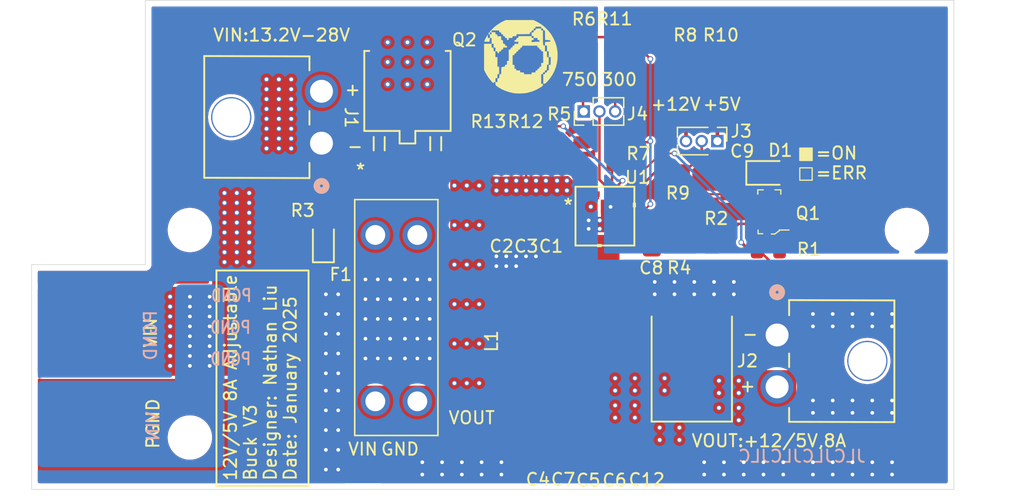
<source format=kicad_pcb>
(kicad_pcb (version 20241229) (generator "pcbnew") (generator_version "9.0")
  (layers (0 "F.Cu" signal) (4 "In1.Cu" signal) (6 "In2.Cu" signal) (2 "B.Cu" signal) (13 "F.Paste" user) (15 "B.Paste" user) (5 "F.SilkS" user "F.Silkscreen") (7 "B.SilkS" user "B.Silkscreen") (1 "F.Mask" user) (3 "B.Mask" user) (25 "Edge.Cuts" user))
  (net 0 "")
  (net 1 "PGND")
  (net 2 "/VIN")
  (net 3 "+5V")
  (net 4 "/VDRV")
  (net 5 "/BOOT")
  (net 6 "Net-(Q1-D)")
  (net 7 "Net-(D1-Pad2)")
  (net 8 "Net-(Q1-G)")
  (net 9 "/PGOOD")
  (net 10 "Net-(U1-MODE2)")
  (net 11 "/PHASE")
  (net 14 "/SW")
  (net 16 "/VINRAW")
  (net 17 "POUT")
  (net 18 "Net-(Q2-S)")
  (net 19 "Net-(Q2-G)")
  (net 20 "/FB+12V")
  (net 21 "/FB+5V")
  (net 22 "/FB")
  (net 23 "/MODE1")
  (net 24 "Net-(J4-Pin_1)")
  (net 25 "Net-(J4-Pin_3)")
  (net 26 "/EN")
  (net 27 "Net-(C10-Pad1)")
  (footprint "Buck12V6A:R_0805" (layer "F.Cu") (at 150.2156 115.3668)
    (property "Reference" "R2" (hide yes))
    (property "Value" "100Ω")
  )
  (footprint "Buck12V6A:C_0805" (layer "F.Cu") (at 140.2 132.2 -90)
    (property "Reference" "C5" (hide yes))
    (property "Value" "22uF")
  )
  (footprint "Buck12V6A:PinHeader_1x03_P1.27mm_Vertical" (layer "F.Cu") (at 139.86 105 90)
    (property "Reference" "J4")
    (property "Value" "Conn_01x03")
  )
  (footprint "Buck12V6A:R_0805" (layer "F.Cu") (at 150.6 101.2 -90)
    (property "Reference" "R10" (hide yes))
    (property "Value" "73.2kΩ")
  )
  (footprint "Buck12V6A:R_0805" (layer "F.Cu") (at 116.8 115.6 90)
    (property "Reference" "R3" (hide yes))
    (property "Value" "1kΩ")
  )
  (footprint "Buck12V6A:R_0805" (layer "F.Cu") (at 142.6 99.89 90)
    (property "Reference" "R11" (hide yes))
    (property "Value" "51kΩ")
  )
  (footprint "Buck12V6A:C_0805" (layer "F.Cu") (at 142.2 132.2 -90)
    (property "Reference" "C6" (hide yes))
    (property "Value" "22uF")
  )
  (footprint "Buck12V6A:D_SMC" (layer "F.Cu") (at 148.6 125.2 90)
    (property "Reference" "D3" (hide yes))
    (property "Value" "S10JC")
  )
  (footprint "Buck12V6A:R_0805" (layer "F.Cu") (at 148.844 109.982)
    (property "Reference" "R9" (hide yes))
    (property "Value" "10kΩ")
  )
  (footprint "Buck12V6A:CONN_SD-172648-0000_02_MOL" (layer "F.Cu") (at 118.645901 107.5666 -90)
    (property "Reference" "J1")
    (property "Value" "1726480102")
  )
  (footprint "Buck12V6A:LOGO" (layer "F.Cu") (at 134.8 100.6)
    (property "Reference" "G***" (hide yes))
    (property "Value" "LOGO" (hide yes))
  )
  (footprint "Buck12V6A:C_0805" (layer "F.Cu") (at 138.2 132.2 -90)
    (property "Reference" "C7" (hide yes))
    (property "Value" "22uF")
  )
  (footprint "Buck12V6A:C_0805" (layer "F.Cu") (at 137.3 113.4364 -90)
    (property "Reference" "C1" (hide yes))
    (property "Value" "100nF")
  )
  (footprint "Buck12V6A:C_0805" (layer "F.Cu") (at 136.2 132.2 -90)
    (property "Reference" "C4" (hide yes))
    (property "Value" "22uF")
  )
  (footprint "Buck12V6A:MountingHole_3.2mm_M3" (layer "F.Cu") (at 108 114.6)
    (property "Reference" "REF**" (hide yes))
    (property "Value" "MountingHole_3.2mm_M3")
  )
  (footprint "Buck12V6A:R_0805" (layer "F.Cu") (at 135.4 108.6 90)
    (property "Reference" "R12" (hide yes))
    (property "Value" "510kΩ")
  )
  (footprint "Buck12V6A:FUSE_3557-2" (layer "F.Cu") (at 124.7 121.735 -90)
    (property "Reference" "F1")
    (property "Value" "3557-2")
  )
  (footprint "Buck12V6A:C_0805" (layer "F.Cu") (at 145.3642 115.2906 90)
    (property "Reference" "C8" (hide yes))
    (property "Value" "4.7uF")
  )
  (footprint "Buck12V6A:PROBE_PAD_0805" (layer "F.Cu") (at 130.8 131.6)
    (property "Reference" "VOUT")
    (property "Value" "RCT-0C")
  )
  (footprint "Buck12V6A:D_SOD-323" (layer "F.Cu") (at 118.8 115.6 90)
    (property "Reference" "D4" (hide yes))
    (property "Value" "BZT52C16S")
  )
  (footprint "Buck12V6A:C_0805" (layer "F.Cu") (at 135.141 113.4364 -90)
    (property "Reference" "C3" (hide yes))
    (property "Value" "22uF")
  )
  (footprint "Buck12V6A:D_0805" (layer "F.Cu") (at 154.7 109.974)
    (property "Reference" "D1" (hide yes))
    (property "Value" "Yellow")
  )
  (footprint "Buck12V6A:R_0805" (layer "F.Cu") (at 147.4978 114.6302 -90)
    (property "Reference" "R4" (hide yes))
    (property "Value" "10kΩ")
  )
  (footprint "Buck12V6A:R_0805" (layer "F.Cu") (at 148 101.2 -90)
    (property "Reference" "R8" (hide yes))
    (property "Value" "191kΩ")
  )
  (footprint "Buck12V6A:MountingHole_3.2mm_M3" (layer "F.Cu") (at 166 114.6)
    (property "Reference" "REF**" (hide yes))
    (property "Value" "MountingHole_3.2mm_M3")
  )
  (footprint "Buck12V6A:PROBE_PAD_0805" (layer "F.Cu") (at 122 134.2)
    (property "Reference" "VIN")
    (property "Value" "RCT-0C")
  )
  (footprint "Buck12V6A:R_0805" (layer "F.Cu") (at 142.4 108.4 90)
    (property "Reference" "R7" (hide yes))
    (property "Value" "200kΩ")
  )
  (footprint "Buck12V6A:PinHeader_1x03_P1.27mm_Vertical" (layer "F.Cu") (at 150.67 107.4 -90)
    (property "Reference" "J3")
    (property "Value" "Conn_01x03")
  )
  (footprint "Buck12V6A:R_0805" (layer "F.Cu") (at 139.8 99.91 -90)
    (property "Reference" "R6" (hide yes))
    (property "Value" "200kΩ")
  )
  (footprint "Buck12V6A:C_0805" (layer "F.Cu") (at 139.75 108.458 -90)
    (property "Reference" "C10" (hide yes))
    (property "Value" "100nF")
  )
  (footprint "Buck12V6A:SOT-23-3" (layer "F.Cu") (at 154.861 113.149 180)
    (property "Reference" "Q1")
    (property "Value" "2N7002")
  )
  (footprint "Buck12V6A:C_0805" (layer "F.Cu") (at 133.109 113.4364 -90)
    (property "Reference" "C2" (hide yes))
    (property "Value" "22uF")
  )
  (footprint "Buck12V6A:QFN_ED-T1-GE3_VIS" (layer "F.Cu") (at 141.572993 113.474001)
    (property "Reference" "U1")
    (property "Value" "SIC438BED-T1-GE3")
  )
  (footprint "Buck12V6A:CONN_SD-172648-0000_02_MOL" (layer "F.Cu") (at 155.499999 123.1 90)
    (property "Reference" "J2")
    (property "Value" "1726480102")
  )
  (footprint "Buck12V6A:R_0805" (layer "F.Cu") (at 133.2 108.6 -90)
    (property "Reference" "R13" (hide yes))
    (property "Value" "300kΩ")
  )
  (footprint "Buck12V6A:6 Contact Gold Finger" (layer "F.Cu") (at 95.99 120.18 -90)
    (property "Reference" "CON1" (hide yes))
    (property "Value" "~")
  )
  (footprint "Buck12V6A:C_0805" (layer "F.Cu") (at 151.638 110.744 90)
    (property "Reference" "C9" (hide yes))
    (property "Value" "1uF")
  )
  (footprint "Buck12V6A:PROBE_PAD_0805" (layer "F.Cu") (at 125 134.2)
    (property "Reference" "GND")
    (property "Value" "RCT-0C")
  )
  (footprint "Buck12V6A:DPAK-369C_ONS" (layer "F.Cu") (at 125.6 103.3395)
    (property "Reference" "Q2")
    (property "Value" "NTD2955T4G")
  )
  (footprint "Buck12V6A:MountingHole_3.2mm_M3" (layer "F.Cu") (at 108 131.4)
    (property "Reference" "REF**" (hide yes))
    (property "Value" "MountingHole_3.2mm_M3")
  )
  (footprint "Buck12V6A:R_0805" (layer "F.Cu") (at 154.79 116.2)
    (property "Reference" "R1" (hide yes))
    (property "Value" "1kΩ")
  )
  (footprint "Buck12V6A:C_0805" (layer "F.Cu") (at 144.2 132.2 -90)
    (property "Reference" "C12" (hide yes))
    (property "Value" "22uF")
  )
  (footprint "Buck12V6A:ZEMS1040" (layer "F.Cu") (at 138.4 123.6 90)
    (property "Reference" "L1")
    (property "Value" "3.3uH")
  )
  (footprint "Buck12V6A:R_0805" (layer "F.Cu") (at 137.75 108.458 90)
    (property "Reference" "R5" (hide yes))
    (property "Value" "2.2Ω")
  )
  (footprint "Buck12V6A:6 Contact Gold Finger" (layer "B.Cu") (at 95.99 132.88 90)
    (property "Reference" "CON2" (hide yes))
    (property "Value" "~")
  )
  (gr_rect (start 157.3356 109.566) (end 158.3356 110.566) (stroke (width 0.1)) (fill no) (layer "F.SilkS"))
  (gr_rect (start 157.3356 107.966) (end 158.3356 108.966) (stroke (width 0.1)) (fill yes) (layer "F.SilkS"))
  (gr_rect (start 110.15 117.875) (end 117.6 135.325) (stroke (width 0.154)) (fill no) (layer "F.SilkS"))
  (gr_poly (pts (xy 104.4 96) (xy 104.4 117.4) (xy 95.2 117.4) (xy 95.2 135.6) (xy 169.8 135.6) (xy 169.8 96)) (stroke (width 0.05)) (fill no) (layer "Edge.Cuts"))
  (gr_text "=ON\n=ERR" (at 158.5356 110.566 0) (layer "F.SilkS") (effects (font (size 1 1) (thickness 0.153)) (justify left bottom)))
  (gr_text "+" (at 152.4 127.8 0) (layer "F.SilkS") (effects (font (size 1 1)) (justify left bottom)))
  (gr_text "300" (at 141.2 103 0) (layer "F.SilkS") (effects (font (size 1 1) (thickness 0.154)) (justify left bottom)))
  (gr_text "+" (at 120.445901 103.8 0) (layer "F.SilkS") (effects (font (size 1 1) (thickness 0.153)) (justify left bottom)))
  (gr_text "750" (at 138 103 0) (layer "F.SilkS") (effects (font (size 1 1) (thickness 0.154)) (justify left bottom)))
  (gr_text "VIN:13.2V-28V" (at 109.8 99.4 0) (layer "F.SilkS") (effects (font (size 1 1) (thickness 0.153)) (justify left bottom)))
  (gr_text "PGND" (at 105.6 132.4 90) (layer "F.SilkS") (effects (font (size 1 1) (thickness 0.154)) (justify left bottom)))
  (gr_text "-" (at 152.6 123.6 0) (layer "F.SilkS") (effects (font (size 1 1)) (justify left bottom)))
  (gr_text "VIN" (at 105.4 124.2 90) (layer "F.SilkS") (effects (font (size 1 1) (thickness 0.154)) (justify left bottom)))
  (gr_text "VOUT:+12/5V,8A" (at 148.5 132.25 0) (layer "F.SilkS") (effects (font (size 1 1) (thickness 0.153)) (justify left bottom)))
  (gr_text "+5V" (at 149.4 105 0) (layer "F.SilkS") (effects (font (size 1 1) (thickness 0.154)) (justify left bottom)))
  (gr_text "+12V" (at 145.2 105 0) (layer "F.SilkS") (effects (font (size 1 1) (thickness 0.154)) (justify left bottom)))
  (gr_text "12V/5V 8A Adjustable \nBuck V3\nDesigner: Nathan Liu\nDate: January 2025" (at 116.7 134.975 90) (layer "F.SilkS") (effects (font (size 1 1) (thickness 0.153)) (justify left bottom)))
  (gr_text "-" (at 120.645901 108.4 0) (layer "F.SilkS") (effects (font (size 1 1) (thickness 0.153)) (justify left bottom)))
  (gr_text "PGND" (at 113 123.075 0) (layer "B.SilkS") (effects (font (size 1 0.8) (thickness 0.153) (bold yes)) (justify left bottom mirror)))
  (gr_text "PGND" (at 113.075 120.5 0) (layer "B.SilkS") (effects (font (size 1 0.8) (thickness 0.153) (bold yes)) (justify left bottom mirror)))
  (gr_text "PGND" (at 113.025 125.625 0) (layer "B.SilkS") (effects (font (size 1 0.8) (thickness 0.153) (bold yes)) (justify left bottom mirror)))
  (gr_text "VIN" (at 105.6 129.2 90) (layer "B.SilkS") (effects (font (size 1 1) (thickness 0.154)) (justify left bottom mirror)))
  (gr_text "JLCJLCJLCJLC" (at 162.75 133.5 0) (layer "B.SilkS") (effects (font (size 1 1) (thickness 0.153)) (justify left bottom mirror)))
  (gr_text "PGND" (at 105.4 121 90) (layer "B.SilkS") (effects (font (size 1 1) (thickness 0.154)) (justify left bottom mirror)))
  (segment (start 141.052997 113.993997) (end 140.937993 114.109001) (width 0.16) (layer "F.Cu") (net 1))
  (segment (start 143.347993 113.999) (end 143.251 113.999) (width 0.16) (layer "F.Cu") (net 1))
  (segment (start 151.45 109.982) (end 151.638 109.794) (width 0.16) (layer "F.Cu") (net 1))
  (segment (start 145.0226 113.999) (end 145.3642 114.3406) (width 0.16) (layer "F.Cu") (net 1))
  (segment (start 142.106994 112.649) (end 142.031993 112.724001) (width 0.16) (layer "F.Cu") (net 1))
  (segment (start 149.754 109.982) (end 151.45 109.982) (width 0.16) (layer "F.Cu") (net 1))
  (segment (start 143.347993 112.649) (end 143.951 112.649) (width 0.2) (layer "F.Cu") (net 1))
  (segment (start 143.347993 112.649) (end 142.106994 112.649) (width 0.16) (layer "F.Cu") (net 1))
  (segment (start 143.251 113.999) (end 143.245997 113.993997) (width 0.16) (layer "F.Cu") (net 1))
  (segment (start 143.951 112.649) (end 144 112.6) (width 0.2) (layer "F.Cu") (net 1))
  (segment (start 143.245997 113.993997) (end 141.052997 113.993997) (width 0.16) (layer "F.Cu") (net 1))
  (segment (start 143.347993 113.999) (end 145.0226 113.999) (width 0.16) (layer "F.Cu") (net 1))
  (via (at 158.4 122.4) (size 0.45) (drill 0.3) (layers "F.Cu" "B.Cu") (net 1))
  (via (at 154.4 133.4) (size 0.45) (drill 0.3) (layers "F.Cu" "B.Cu") (net 1))
  (via (at 158.4 128.4) (size 0.45) (drill 0.3) (layers "F.Cu" "B.Cu") (net 1))
  (via (at 133.2 134.4) (size 0.45) (drill 0.3) (layers "F.Cu" "B.Cu") (net 1))
  (via (at 122.2 118.6) (size 0.45) (drill 0.3) (layers "F.Cu" "B.Cu") (net 1))
  (via (at 120 126.2) (size 0.45) (drill 0.3) (layers "F.Cu" "B.Cu") (net 1))
  (via (at 158.4 134.4) (size 0.45) (drill 0.3) (layers "F.Cu" "B.Cu") (net 1))
  (via (at 126.8 134.4) (size 0.45) (drill 0.3) (layers "F.Cu" "B.Cu") (net 1))
  (via (at 124.2 121.8) (size 0.45) (drill 0.3) (layers "F.Cu" "B.Cu") (net 1))
  (via (at 123.2 118.6) (size 0.45) (drill 0.3) (layers "F.Cu" "B.Cu") (net 1))
  (via (at 131.6 134.4) (size 0.45) (drill 0.3) (layers "F.Cu" "B.Cu") (net 1))
  (via (at 120 123) (size 0.45) (drill 0.3) (layers "F.Cu" "B.Cu") (net 1))
  (via (at 148.8 118.8) (size 0.45) (drill 0.3) (layers "F.Cu" "B.Cu") (net 1))
  (via (at 152.8 134.4) (size 0.45) (drill 0.3) (layers "F.Cu" "B.Cu") (net 1))
  (via (at 135.1914 116.7258) (size 0.45) (drill 0.3) (layers "F.Cu" "B.Cu") (net 1))
  (via (at 160 121.4) (size 0.45) (drill 0.3) (layers "F.Cu" "B.Cu") (net 1))
  (via (at 126.4 123.4) (size 0.45) (drill 0.3) (layers "F.Cu" "B.Cu") (net 1))
  (via (at 145.6 118.8) (size 0.45) (drill 0.3) (layers "F.Cu" "B.Cu") (net 1))
  (via (at 131.6 133.4) (size 0.45) (drill 0.3) (layers "F.Cu" "B.Cu") (net 1))
  (via (at 122.2 120.2) (size 0.45) (drill 0.3) (layers "F.Cu" "B.Cu") (net 1))
  (via (at 141.1478 114.5032) (size 0.45) (drill 0.3) (layers "F.Cu" "B.Cu") (net 1))
  (via (at 130 134.4) (size 0.45) (drill 0.3) (layers "F.Cu" "B.Cu") (net 1))
  (via (at 161.6 122.4) (size 0.45) (drill 0.3) (layers "F.Cu" "B.Cu") (net 1))
  (via (at 161.6 129.4) (size 0.45) (drill 0.3) (layers "F.Cu" "B.Cu") (net 1))
  (via (at 119 126.2) (size 0.45) (drill 0.3) (layers "F.Cu" "B.Cu") (net 1))
  (via (at 120 129.2) (size 0.45) (drill 0.3) (layers "F.Cu" "B.Cu") (net 1))
  (via (at 133.5914 117.5258) (size 0.45) (drill 0.3) (layers "F.Cu" "B.Cu") (net 1))
  (via (at 124.2 123.4) (size 0.45) (drill 0.3) (layers "F.Cu" "B.Cu") (net 1))
  (via (at 152 118.8) (size 0.45) (drill 0.3) (layers "F.Cu" "B.Cu") (net 1))
  (via (at 163.2 133.4) (size 0.45) (drill 0.3) (layers "F.Cu" "B.Cu") (net 1))
  (via (at 122.2 121.8) (size 0.45) (drill 0.3) (layers "F.Cu" "B.Cu") (net 1))
  (via (at 120 130.8) (size 0.45) (drill 0.3) (layers "F.Cu" "B.Cu") (net 1))
  (via (at 163.2 121.4) (size 0.45) (drill 0.3) (layers "F.Cu" "B.Cu") (net 1))
  (via (at 120 134) (size 0.45) (drill 0.3) (layers "F.Cu" "B.Cu") (net 1))
  (via (at 125.4 123.4) (size 0.45) (drill 0.3) (layers "F.Cu" "B.Cu") (net 1))
  (via (at 151.2 134.4) (size 0.45) (drill 0.3) (layers "F.Cu" "B.Cu") (net 1))
  (via (at 151.2 133.4) (size 0.45) (drill 0.3) (layers "F.Cu" "B.Cu") (net 1))
  (via (at 120 121.4) (size 0.45) (drill 0.3) (layers "F.Cu" "B.Cu") (net 1))
  (via (at 119 127.6) (size 0.45) (drill 0.3) (layers "F.Cu" "B.Cu") (net 1))
  (via (at 126.4 125) (size 0.45) (drill 0.3) (layers "F.Cu" "B.Cu") (net 1))
  (via (at 124.2 125) (size 0.45) (drill 0.3) (layers "F.Cu" "B.Cu") (net 1))
  (via (at 147.2 118.8) (size 0.45) (drill 0.3) (layers "F.Cu" "B.Cu") (net 1))
  (via (at 128.4 134.4) (size 0.45) (drill 0.3) (layers "F.Cu" "B.Cu") (net 1))
  (via (at 149.6 134.4) (size 0.45) (drill 0.3) (layers "F.Cu" "B.Cu") (net 1))
  (via (at 127.4 125) (size 0.45) (drill 0.3) (layers "F.Cu" "B.Cu") (net 1))
  (via (at 161.6 134.4) (size 0.45) (drill 0.3) (layers "F.Cu" "B.Cu") (net 1))
  (via (at 142.031993 112.724001) (size 0.45) (drill 0.3) (layers "F.Cu" "B.Cu") (net 1))
  (via (at 125.4 120.2) (size 0.45) (drill 0.3) (layers "F.Cu" "B.Cu") (net 1))
  (via (at 123.2 123.4) (size 0.45) (drill 0.3) (layers "F.Cu" "B.Cu") (net 1))
  (via (at 160 122.4) (size 0.45) (drill 0.3) (layers "F.Cu" "B.Cu") (net 1))
  (via (at 152.8 133.4) (size 0.45) (drill 0.3) (layers "F.Cu" "B.Cu") (net 1))
  (via (at 148.8 119.8) (size 0.45) (drill 0.3) (layers "F.Cu" "B.Cu") (net 1))
  (via (at 119 121.4) (size 0.45) (drill 0.3) (layers "F.Cu" "B.Cu") (net 1))
  (via (at 158.4 121.4) (size 0.45) (drill 0.3) (layers "F.Cu" "B.Cu") (net 1))
  (via (at 140.2588 113.8174) (size 0.45) (drill 0.3) (layers "F.Cu" "B.Cu") (net 1))
  (via (at 127.4 120.2) (size 0.45) (drill 0.3) (layers "F.Cu" "B.Cu") (net 1))
  (via (at 133.2 133.4) (size 0.45) (drill 0.3) (layers "F.Cu" "B.Cu") (net 1))
  (via (at 164.8 134.4) (size 0.45) (drill 0.3) (layers "F.Cu" "B.Cu") (net 1))
  (via (at 120 119.8) (size 0.45) (drill 0.3) (layers "F.Cu" "B.Cu") (net 1))
  (via (at 128.4 133.4) (size 0.45) (drill 0.3) (layers "F.Cu" "B.Cu") (net 1))
  (via (at 149.6 133.4) (size 0.45) (drill 0.3) (layers "F.Cu" "B.Cu") (net 1))
  (via (at 147.2 119.8) (size 0.45) (drill 0.3) (layers "F.Cu" "B.Cu") (net 1))
  (via (at 119 123) (size 0.45) (drill 0.3) (layers "F.Cu" "B.Cu") (net 1))
  (via (at 163.2 134.4) (size 0.45) (drill 0.3) (layers "F.Cu" "B.Cu") (net 1))
  (via (at 126.4 118.6) (size 0.45) (drill 0.3) (layers "F.Cu" "B.Cu") (net 1))
  (via (at 140.259 114.5032) (size 0.45) (drill 0.3) (layers "F.Cu" "B.Cu") (net 1))
  (via (at 123.2 121.8) (size 0.45) (drill 0.3) (layers "F.Cu" "B.Cu") (net 1))
  (via (at 130 133.4) (size 0.45) (drill 0.3) (layers "F.Cu" "B.Cu") (net 1))
  (via (at 158.4 129.4) (size 0.45) (drill 0.3) (layers "F.Cu" "B.Cu") (net 1))
  (via (at 123.2 120.2) (size 0.45) (drill 0.3) (layers "F.Cu" "B.Cu") (net 1))
  (via (at 160 134.4) (size 0.45) (drill 0.3) (layers "F.Cu" "B.Cu") (net 1))
  (via (at 122.2 123.4) (size 0.45) (drill 0.3) (layers "F.Cu" "B.Cu") (net 1))
  (via (at 132.7914 117.5258) (size 0.45) (drill 0.3) (layers "F.Cu" "B.Cu") (net 1))
  (via (at 156 134.4) (size 0.45) (drill 0.3) (layers "F.Cu" "B.Cu") (net 1))
  (via (at 125.4 125) (size 0.45) (drill 0.3) (layers "F.Cu" "B.Cu") (net 1))
  (via (at 163.2 129.4) (size 0.45) (drill 0.3) (layers "F.Cu" "B.Cu") (net 1))
  (via (at 141.1478 113.8174) (size 0.45) (drill 0.3) (layers "F.Cu" "B.Cu") (net 1))
  (via (at 145.6 119.8) (size 0.45) (drill 0.3) (layers "F.Cu" "B.Cu") (net 1))
  (via (at 133.5914 116.7258) (size 0.45) (drill 0.3) (layers "F.Cu" "B.Cu") (net 1))
  (via (at 120 127.6) (size 0.45) (drill 0.3) (layers "F.Cu" "B.Cu") (net 1))
  (via (at 119 130.8) (size 0.45) (drill 0.3) (layers "F.Cu" "B.Cu") (net 1))
  (via (at 156 133.4) (size 0.45) (drill 0.3) (layers "F.Cu" "B.Cu") (net 1))
  (via (at 125.4 121.8) (size 0.45) (drill 0.3) (layers "F.Cu" "B.Cu") (net 1))
  (via (at 119 124.6) (size 0.45) (drill 0.3) (layers "F.Cu" "B.Cu") (net 1))
  (via (at 127.4 121.8) (size 0.45) (drill 0.3) (layers "F.Cu" "B.Cu") (net 1))
  (via (at 152 119.8) (size 0.45) (drill 0.3) (layers "F.Cu" "B.Cu") (net 1))
  (via (at 119 119.8) (size 0.45) (drill 0.3) (layers "F.Cu" "B.Cu") (net 1))
  (via (at 120 132.4) (size 0.45) (drill 0.3) (layers "F.Cu" "B.Cu") (net 1))
  (via (at 150.4 118.8) (size 0.45) (drill 0.3) (layers "F.Cu" "B.Cu") (net 1))
  (via (at 164.8 122.4) (size 0.45) (drill 0.3) (layers "F.Cu" "B.Cu") (net 1))
  (via (at 125.4 118.6) (size 0.45) (drill 0.3) (layers "F.Cu" "B.Cu") (net 1))
  (via (at 132.7914 116.7258) (size 0.45) (drill 0.3) (layers "F.Cu" "B.Cu") (net 1))
  (via (at 161.6 133.4) (size 0.45) (drill 0.3) (layers "F.Cu" "B.Cu") (net 1))
  (via (at 124.2 120.2) (size 0.45) (drill 0.3) (layers "F.Cu" "B.Cu") (net 1))
  (via (at 119 132.4) (size 0.45) (drill 0.3) (layers "F.Cu" "B.Cu") (net 1))
  (via (at 122.2 125) (size 0.45) (drill 0.3) (layers "F.Cu" "B.Cu") (net 1))
  (via (at 124.2 118.6) (size 0.45) (drill 0.3) (layers "F.Cu" "B.Cu") (net 1))
  (via (at 126.8 133.4) (size 0.45) (drill 0.3) (layers "F.Cu" "B.Cu") (net 1))
  (via (at 119 129.2) (size 0.45) (drill 0.3) (layers "F.Cu" "B.Cu") (net 1))
  (via (at 161.6 128.4) (size 0.45) (drill 0.3) (layers "F.Cu" "B.Cu") (net 1))
  (via (at 163.2 128.4) (size 0.45) (drill 0.3) (layers "F.Cu" "B.Cu") (net 1))
  (via (at 158.4 133.4) (size 0.45) (drill 0.3) (layers "F.Cu" "B.Cu") (net 1))
  (via (at 164.8 128.4) (size 0.45) (drill 0.3) (layers "F.Cu" "B.Cu") (net 1))
  (via (at 154.4 134.4) (size 0.45) (drill 0.3) (layers "F.Cu" "B.Cu") (net 1))
  (via (at 123.2 125) (size 0.45) (drill 0.3) (layers "F.Cu" "B.Cu") (net 1))
  (via (at 134.3914 116.7258) (size 0.45) (drill 0.3) (layers "F.Cu" "B.Cu") (net 1))
  (via (at 164.8 133.4) (size 0.45) (drill 0.3) (layers "F.Cu" "B.Cu") (net 1))
  (via (at 160 128.4) (size 0.45) (drill 0.3) (layers "F.Cu" "B.Cu") (net 1))
  (via (at 127.4 123.4) (size 0.45) (drill 0.3) (layers "F.Cu" "B.Cu") (net 1))
  (via (at 119 134) (size 0.45) (drill 0.3) (layers "F.Cu" "B.Cu") (net 1))
  (via (at 160 133.4) (size 0.45) (drill 0.3) (layers "F.Cu" "B.Cu") (net 1))
  (via (at 161.6 121.4) (size 0.45) (drill 0.3) (layers "F.Cu" "B.Cu") (net 1))
  (via (at 164.8 121.4) (size 0.45) (drill 0.3) (layers "F.Cu" "B.Cu") (net 1))
  (via (at 126.4 120.2) (size 0.45) (drill 0.3) (layers "F.Cu" "B.Cu") (net 1))
  (via (at 134.3914 117.5258) (size 0.45) (drill 0.3) (layers "F.Cu" "B.Cu") (net 1))
  (via (at 150.4 119.8) (size 0.45) (drill 0.3) (layers "F.Cu" "B.Cu") (net 1))
  (via (at 135.9914 116.7258) (size 0.45) (drill 0.3) (layers "F.Cu" "B.Cu") (net 1))
  (via (at 163.2 122.4) (size 0.45) (drill 0.3) (layers "F.Cu" "B.Cu") (net 1))
  (via (at 120 124.6) (size 0.45) (drill 0.3) (layers "F.Cu" "B.Cu") (net 1))
  (via (at 164.8 129.4) (size 0.45) (drill 0.3) (layers "F.Cu" "B.Cu") (net 1))
  (via (at 160 129.4) (size 0.45) (drill 0.3) (layers "F.Cu" "B.Cu") (net 1))
  (via (at 126.4 121.8) (size 0.45) (drill 0.3) (layers "F.Cu" "B.Cu") (net 1))
  (via (at 127.4 118.6) (size 0.45) (drill 0.3) (layers "F.Cu" "B.Cu") (net 1))
  (segment (start 140.997905 111.699001) (end 140.997905 112.046184) (width 0.16) (layer "F.Cu") (net 2))
  (segment (start 135.2 109.71) (end 135.4 109.51) (width 0.2) (layer "F.Cu") (net 2))
  (segment (start 140.9 112.241994) (end 140.429993 112.712001) (width 0.16) (layer "F.Cu") (net 2))
  (segment (start 135.2 110.6) (end 135.2 109.71) (width 0.2) (layer "F.Cu") (net 2))
  (segment (start 122 134) (end 122 129.47) (width 0.2) (layer "F.Cu") (net 2))
  (segment (start 122 129.47) (end 123 128.47) (width 0.2) (layer "F.Cu") (net 2))
  (segment (start 140.997905 112.046184) (end 140.9 112.144089) (width 0.16) (layer "F.Cu") (net 2))
  (segment (start 140.9 112.144089) (end 140.9 112.241994) (width 0.16) (layer "F.Cu") (net 2))
  (via (at 133.6 111.4) (size 0.45) (drill 0.3) (layers "F.Cu" "B.Cu") (net 2))
  (via (at 129.4 117.4) (size 0.45) (drill 0.3) (layers "F.Cu" "B.Cu") (net 2))
  (via (at 140.429993 112.712001) (size 0.45) (drill 0.3) (layers "F.Cu" "B.Cu") (net 2))
  (via (at 138.5 111.4) (size 0.45) (drill 0.3) (layers "F.Cu" "B.Cu") (net 2))
  (via (at 131.4 111) (size 0.45) (drill 0.3) (layers "F.Cu" "B.Cu") (net 2))
  (via (at 136 110.6) (size 0.45) (drill 0.3) (layers "F.Cu" "B.Cu") (net 2))
  (via (at 130.4 117.4) (size 0.45) (drill 0.3) (layers "F.Cu" "B.Cu") (net 2))
  (via (at 136.8 110.6) (size 0.45) (drill 0.3) (layers "F.Cu" "B.Cu") (net 2))
  (via (at 129.4 123.8) (size 0.45) (drill 0.3) (layers "F.Cu" "B.Cu") (net 2))
  (via (at 129.4 114.2) (size 0.45) (drill 0.3) (layers "F.Cu" "B.Cu") (net 2))
  (via (at 137.7 111.4) (size 0.45) (drill 0.3) (layers "F.Cu" "B.Cu") (net 2))
  (via (at 135.2 111.4) (size 0.45) (drill 0.3) (layers "F.Cu" "B.Cu") (net 2))
  (via (at 134.4 110.6) (size 0.45) (drill 0.3) (layers "F.Cu" "B.Cu") (net 2))
  (via (at 130.4 111) (size 0.45) (drill 0.3) (layers "F.Cu" "B.Cu") (net 2))
  (via (at 133.6 110.6) (size 0.45) (drill 0.3) (layers "F.Cu" "B.Cu") (net 2))
  (via (at 131.4 120.6) (size 0.45) (drill 0.3) (layers "F.Cu" "B.Cu") (net 2))
  (via (at 132.8 110.6) (size 0.45) (drill 0.3) (layers "F.Cu" "B.Cu") (net 2))
  (via (at 138.5 110.6) (size 0.45) (drill 0.3) (layers "F.Cu" "B.Cu") (net 2))
  (via (at 130.4 114.2) (size 0.45) (drill 0.3) (layers "F.Cu" "B.Cu") (net 2))
  (via (at 132.8 111.4) (size 0.45) (drill 0.3) (layers "F.Cu" "B.Cu") (net 2))
  (via (at 131.4 123.8) (size 0.45) (drill 0.3) (layers "F.Cu" "B.Cu") (net 2))
  (via (at 131.4 127) (size 0.45) (drill 0.3) (layers "F.Cu" "B.Cu") (net 2))
  (via (at 131.4 114.2) (size 0.45) (drill 0.3) (layers "F.Cu" "B.Cu") (net 2))
  (via (at 130.4 127) (size 0.45) (drill 0.3) (layers "F.Cu" "B.Cu") (net 2))
  (via (at 135.2 110.6) (size 0.45) (drill 0.3) (layers "F.Cu" "B.Cu") (net 2))
  (via (at 129.4 120.6) (size 0.45) (drill 0.3) (layers "F.Cu" "B.Cu") (net 2))
  (via (at 131.4 117.4) (size 0.45) (drill 0.3) (layers "F.Cu" "B.Cu") (net 2))
  (via (at 130.4 123.8) (size 0.45) (drill 0.3) (layers "F.Cu" "B.Cu") (net 2))
  (via (at 134.4 111.4) (size 0.45) (drill 0.3) (layers "F.Cu" "B.Cu") (net 2))
  (via (at 136 111.4) (size 0.45) (drill 0.3) (layers "F.Cu" "B.Cu") (net 2))
  (via (at 129.4 111) (size 0.45) (drill 0.3) (layers "F.Cu" "B.Cu") (net 2))
  (via (at 130.4 120.6) (size 0.45) (drill 0.3) (layers "F.Cu" "B.Cu") (net 2))
  (via (at 137.7 110.6) (size 0.45) (drill 0.3) (layers "F.Cu" "B.Cu") (net 2))
  (via (at 129.4 127) (size 0.45) (drill 0.3) (layers "F.Cu" "B.Cu") (net 2))
  (via (at 136.8 111.4) (size 0.45) (drill 0.3) (layers "F.Cu" "B.Cu") (net 2))
  (segment (start 139.82 98.98) (end 139.8 99) (width 0.2) (layer "F.Cu") (net 3))
  (segment (start 145.25 100.75) (end 143.48 98.98) (width 0.2) (layer "F.Cu") (net 3))
  (segment (start 147.4978 113.7202) (end 147.5 113.718) (width 0.2) (layer "F.Cu") (net 3))
  (segment (start 143.48 98.98) (end 142.6 98.98) (width 0.2) (layer "F.Cu") (net 3))
  (segment (start 143.347993 113.099002) (end 144.5 113.099002) (width 0.16) (layer "F.Cu") (net 3))
  (segment (start 144.5 113.099002) (end 144.650998 113.099002) (width 0.16) (layer "F.Cu") (net 3))
  (segment (start 149.524 111.694) (end 147.5 113.718) (width 0.16) (layer "F.Cu") (net 3))
  (segment (start 144.5 113.099002) (end 146.876602 113.099002) (width 0.16) (layer "F.Cu") (net 3))
  (segment (start 146.876602 113.099002) (end 147.4978 113.7202) (width 0.16) (layer "F.Cu") (net 3))
  (segment (start 145.25 107.4) (end 145.16 107.49) (width 0.2) (layer "F.Cu") (net 3))
  (segment (start 145.16 107.49) (end 142.4 107.49) (width 0.2) (layer "F.Cu") (net 3))
  (segment (start 144.650998 113.099002) (end 145.25 112.5) (width 0.16) (layer "F.Cu") (net 3))
  (segment (start 142.6 98.98) (end 139.82 98.98) (width 0.2) (layer "F.Cu") (net 3))
  (segment (start 151.638 111.694) (end 149.524 111.694) (width 0.16) (layer "F.Cu") (net 3))
  (via (at 145.25 100.75) (size 0.45) (drill 0.3) (layers "F.Cu" "B.Cu") (net 3))
  (via (at 145.25 112.5) (size 0.45) (drill 0.3) (layers "F.Cu" "B.Cu") (net 3))
  (via (at 145.25 107.4) (size 0.45) (drill 0.3) (layers "F.Cu" "B.Cu") (net 3))
  (segment (start 145.25 107.4) (end 145.25 112.5) (width 0.2) (layer "B.Cu") (net 3))
  (segment (start 145.25 100.75) (end 145.25 107.4) (width 0.2) (layer "B.Cu") (net 3))
  (segment (start 143.838994 114.449002) (end 145.3642 115.974208) (width 0.16) (layer "F.Cu") (net 4))
  (segment (start 145.3642 115.974208) (end 145.3642 116.2406) (width 0.16) (layer "F.Cu") (net 4))
  (segment (start 143.347993 114.449002) (end 143.838994 114.449002) (width 0.16) (layer "F.Cu") (net 4))
  (segment (start 140.547817 110.205817) (end 139.75 109.408) (width 0.16) (layer "F.Cu") (net 5))
  (segment (start 140.547817 111.699001) (end 140.547817 110.205817) (width 0.16) (layer "F.Cu") (net 5))
  (segment (start 153.811 113.149) (end 153.811 110.025) (width 0.16) (layer "F.Cu") (net 6))
  (segment (start 153.811 110.025) (end 153.76 109.974) (width 0.16) (layer "F.Cu") (net 6))
  (segment (start 157 111.145) (end 155.829 109.974) (width 0.2) (layer "F.Cu") (net 7))
  (segment (start 157 115.089) (end 157 111.145) (width 0.2) (layer "F.Cu") (net 7))
  (segment (start 155.889 116.2) (end 157 115.089) (width 0.2) (layer "F.Cu") (net 7))
  (segment (start 155.911 114.099) (end 152.3934 114.099) (width 0.2) (layer "F.Cu") (net 8))
  (segment (start 152.3934 114.099) (end 151.1256 115.3668) (width 0.2) (layer "F.Cu") (net 8))
  (segment (start 147.4978 115.5402) (end 149.1322 115.5402) (width 0.16) (layer "F.Cu") (net 9))
  (segment (start 149.1322 115.5402) (end 149.3056 115.3668) (width 0.16) (layer "F.Cu") (net 9))
  (segment (start 143.347993 113.549001) (end 143.347993 113.553793) (width 0.16) (layer "F.Cu") (net 9))
  (segment (start 146.054061 113.549001) (end 146.5072 114.00214) (width 0.16) (layer "F.Cu") (net 9))
  (segment (start 143.347993 113.553793) (end 143.3608 113.5666) (width 0.16) (layer "F.Cu") (net 9))
  (segment (start 146.5072 114.00214) (end 146.5072 114.5496) (width 0.16) (layer "F.Cu") (net 9))
  (segment (start 143.347993 113.549001) (end 146.054061 113.549001) (width 0.16) (layer "F.Cu") (net 9))
  (segment (start 146.5072 114.5496) (end 147.4978 115.5402) (width 0.16) (layer "F.Cu") (net 9))
  (segment (start 142.148081 109.561919) (end 142.148081 111.699001) (width 0.2) (layer "F.Cu") (net 10))
  (segment (start 142.4 109.31) (end 142.148081 109.561919) (width 0.2) (layer "F.Cu") (net 10))
  (segment (start 140.097729 111.237189) (end 138.22854 109.368) (width 0.16) (layer "F.Cu") (net 11))
  (segment (start 140.097729 111.699001) (end 140.097729 111.237189) (width 0.16) (layer "F.Cu") (net 11))
  (segment (start 138.22854 109.368) (end 137.75 109.368) (width 0.16) (layer "F.Cu") (net 11))
  (via (at 108 123.2) (size 0.45) (drill 0.3) (layers "F.Cu" "B.Cu") (net 16))
  (via (at 111.8 111.6) (size 0.45) (drill 0.3) (layers "F.Cu" "B.Cu") (net 16))
  (via (at 108 124) (size 0.45) (drill 0.3) (layers "F.Cu" "B.Cu") (net 16))
  (via (at 111.8 116.4) (size 0.45) (drill 0.3) (layers "F.Cu" "B.Cu") (net 16))
  (via (at 115.2 107.2) (size 0.45) (drill 0.3) (layers "F.Cu" "B.Cu") (net 16))
  (via (at 124 101) (size 0.6) (drill 0.3) (layers "F.Cu" "B.Cu") (net 16))
  (via (at 109.6 120.8) (size 0.45) (drill 0.3) (layers "F.Cu" "B.Cu") (net 16))
  (via (at 109.6 123.2) (size 0.45) (drill 0.3) (layers "F.Cu" "B.Cu") (net 16))
  (via (at 114.2 106.4) (size 0.45) (drill 0.3) (layers "F.Cu" "B.Cu") (net 16))
  (via (at 112.8 116.4) (size 0.45) (drill 0.3) (layers "F.Cu" "B.Cu") (net 16))
  (via (at 115.2 108) (size 0.45) (drill 0.3) (layers "F.Cu" "B.Cu") (net 16))
  (via (at 106.4 125.6) (size 0.45) (drill 0.3) (layers "F.Cu" "B.Cu") (net 16))
  (via (at 112.8 113.2) (size 0.45) (drill 0.3) (layers "F.Cu" "B.Cu") (net 16))
  (via (at 106.4 124.8) (size 0.45) (drill 0.3) (layers "F.Cu" "B.Cu") (net 16))
  (via (at 109.6 120) (size 0.45) (drill 0.3) (layers "F.Cu" "B.Cu") (net 16))
  (via (at 114.2 105.6) (size 0.45) (drill 0.3) (layers "F.Cu" "B.Cu") (net 16))
  (via (at 110.8 114.8) (size 0.45) (drill 0.3) (layers "F.Cu" "B.Cu") (net 16))
  (via (at 109.6 122.4) (size 0.45) (drill 0.3) (layers "F.Cu" "B.Cu") (net 16))
  (via (at 106.4 124) (size 0.45) (drill 0.3) (layers "F.Cu" "B.Cu") (net 16))
  (via (at 110.8 111.6) (size 0.45) (drill 0.3) (layers "F.Cu" "B.Cu") (net 16))
  (via (at 116.2 104.8) (size 0.45) (drill 0.3) (layers "F.Cu" "B.Cu") (net 16))
  (via (at 111.8 114.8) (size 0.45) (drill 0.3) (layers "F.Cu" "B.Cu") (net 16))
  (via (at 111.8 112.4) (size 0.45) (drill 0.3) (layers "F.Cu" "B.Cu") (net 16))
  (via (at 125.6 99.4) (size 0.6) (drill 0.3) (layers "F.Cu" "B.Cu") (net 16))
  (via (at 124 102.8) (size 0.6) (drill 0.3) (layers "F.Cu" "B.Cu") (net 16))
  (via (at 108 120.8) (size 0.45) (drill 0.3) (layers "F.Cu" "B.Cu") (net 16))
  (via (at 110.8 115.6) (size 0.45) (drill 0.3) (layers "F.Cu" "B.Cu") (net 16))
  (via (at 125.6 101) (size 0.6) (drill 0.3) (layers "F.Cu" "B.Cu") (net 16))
  (via (at 108 124.8) (size 0.45) (drill 0.3) (layers "F.Cu" "B.Cu") (net 16))
  (via (at 114.2 104.8) (size 0.45) (drill 0.3) (layers "F.Cu" "B.Cu") (net 16))
  (via (at 111.8 113.2) (size 0.45) (drill 0.3) (layers "F.Cu" "B.Cu") (net 16))
  (via (at 112.8 114.8) (size 0.45) (drill 0.3) (layers "F.Cu" "B.Cu") (net 16))
  (via (at 111.8 115.6) (size 0.45) (drill 0.3) (layers "F.Cu" "B.Cu") (net 16))
  (via (at 114.2 104) (size 0.45) (drill 0.3) (layers "F.Cu" "B.Cu") (net 16))
  (via (at 106.4 122.4) (size 0.45) (drill 0.3) (layers "F.Cu" "B.Cu") (net 16))
  (via (at 108 120) (size 0.45) (drill 0.3) (layers "F.Cu" "B.Cu") (net 16))
  (via (at 114.2 107.2) (size 0.45) (drill 0.3) (layers "F.Cu" "B.Cu") (net 16))
  (via (at 125.6 102.8) (size 0.6) (drill 0.3) (layers "F.Cu" "B.Cu") (net 16))
  (via (at 108 122.4) (size 0.45) (drill 0.3) (layers "F.Cu" "B.Cu") (net 16))
  (via (at 115.2 106.4) (size 0.45) (drill 0.3) (layers "F.Cu" "B.Cu") (net 16))
  (via (at 108 121.6) (size 0.45) (drill 0.3) (layers "F.Cu" "B.Cu") (net 16))
  (via (at 115.2 105.6) (size 0.45) (drill 0.3) (layers "F.Cu" "B.Cu") (net 16))
  (via (at 114.2 108) (size 0.45) (drill 0.3) (layers "F.Cu" "B.Cu") (net 16))
  (via (at 112.8 117.2) (size 0.45) (drill 0.3) (layers "F.Cu" "B.Cu") (net 16))
  (via (at 110.8 117.2) (size 0.45) (drill 0.3) (layers "F.Cu" "B.Cu") (net 16))
  (via (at 116.2 103.2) (size 0.45) (drill 0.3) (layers "F.Cu" "B.Cu") (net 16))
  (via (at 111.8 114) (size 0.45) (drill 0.3) (layers "F.Cu" "B.Cu") (net 16))
  (via (at 110.8 112.4) (size 0.45) (drill 0.3) (layers "F.Cu" "B.Cu") (net 16))
  (via (at 112.8 115.6) (size 0.45) (drill 0.3) (layers "F.Cu" "B.Cu") (net 16))
  (via (at 109.6 124) (size 0.45) (drill 0.3) (layers "F.Cu" "B.Cu") (net 16))
  (via (at 106.4 120) (size 0.45) (drill 0.3) (layers "F.Cu" "B.Cu") (net 16))
  (via (at 115.2 104.8) (size 0.45) (drill 0.3) (layers "F.Cu" "B.Cu") (net 16))
  (via (at 114.2 103.2) (size 0.45) (drill 0.3) (layers "F.Cu" "B.Cu") (net 16))
  (via (at 112.8 114) (size 0.45) (drill 0.3) (layers "F.Cu" "B.Cu") (net 16))
  (via (at 115.2 102.4) (size 0.45) (drill 0.3) (layers "F.Cu" "B.Cu") (net 16))
  (via (at 127.2 102.8) (size 0.6) (drill 0.3) (layers "F.Cu" "B.Cu") (net 16))
  (via (at 106.4 121.6) (size 0.45) (drill 0.3) (layers "F.Cu" "B.Cu") (net 16))
  (via (at 110.8 116.4) (size 0.45) (drill 0.3) (layers "F.Cu" "B.Cu") (net 16))
  (via (at 111.8 117.2) (size 0.45) (drill 0.3) (layers "F.Cu" "B.Cu") (net 16))
  (via (at 116.2 106.4) (size 0.45) (drill 0.3) (layers "F.Cu" "B.Cu") (net 16))
  (via (at 108 125.6) (size 0.45) (drill 0.3) (layers "F.Cu" "B.Cu") (net 16))
  (via (at 127.2 99.4) (size 0.6) (drill 0.3) (layers "F.Cu" "B.Cu") (net 16))
  (via (at 112.8 111.6) (size 0.45) (drill 0.3) (layers "F.Cu" "B.Cu") (net 16))
  (via (at 116.2 102.4) (size 0.45) (drill 0.3) (layers "F.Cu" "B.Cu") (net 16))
  (via (at 106.4 123.2) (size 0.45) (drill 0.3) (layers "F.Cu" "B.Cu") (net 16))
  (via (at 110.8 113.2) (size 0.45) (drill 0.3) (layers "F.Cu" "B.Cu") (net 16))
  (via (at 116.2 107.2) (size 0.45) (drill 0.3) (layers "F.Cu" "B.Cu") (net 16))
  (via (at 116.2 105.6) (size 0.45) (drill 0.3) (layers "F.Cu" "B.Cu") (net 16))
  (via (at 109.6 125.6) (size 0.45) (drill 0.3) (layers "F.Cu" "B.Cu") (net 16))
  (via (at 115.2 104) (size 0.45) (drill 0.3) (layers "F.Cu" "B.Cu") (net 16))
  (via (at 110.8 114) (size 0.45) (drill 0.3) (layers "F.Cu" "B.Cu") (net 16))
  (via (at 109.6 121.6) (size 0.45) (drill 0.3) (layers "F.Cu" "B.Cu") (net 16))
  (via (at 116.2 108) (size 0.45) (drill 0.3) (layers "F.Cu" "B.Cu") (net 16))
  (via (at 116.2 104) (size 0.45) (drill 0.3) (layers "F.Cu" "B.Cu") (net 16))
  (via (at 127.2 101) (size 0.6) (drill 0.3) (layers "F.Cu" "B.Cu") (net 16))
  (via (at 124 99.4) (size 0.6) (drill 0.3) (layers "F.Cu" "B.Cu") (net 16))
  (via (at 112.8 112.4) (size 0.45) (drill 0.3) (layers "F.Cu" "B.Cu") (net 16))
  (via (at 114.2 102.4) (size 0.45) (drill 0.3) (layers "F.Cu" "B.Cu") (net 16))
  (via (at 115.2 103.2) (size 0.45) (drill 0.3) (layers "F.Cu" "B.Cu") (net 16))
  (via (at 106.4 120.8) (size 0.45) (drill 0.3) (layers "F.Cu" "B.Cu") (net 16))
  (via (at 109.6 124.8) (size 0.45) (drill 0.3) (layers "F.Cu" "B.Cu") (net 16))
  (segment (start 130.8 131.6) (end 135.85 131.6) (width 0.2) (layer "F.Cu") (net 17))
  (segment (start 143.048257 111.438743) (end 143.048257 111.699001) (width 0.15) (layer "F.Cu") (net 17))
  (segment (start 146.0435 102.2465) (end 148 100.29) (width 0.2) (layer "F.Cu") (net 17))
  (segment (start 150.6 100.29) (end 148 100.29) (width 0.2) (layer "F.Cu") (net 17))
  (segment (start 146.087 108.4) (end 147.2 108.4) (width 0.15) (layer "F.Cu") (net 17))
  (segment (start 135.85 131.6) (end 136.2 131.25) (width 0.2) (layer "F.Cu") (net 17))
  (segment (start 154 116.2) (end 153.88 116.2) (width 0.2) (layer "F.Cu") (net 17))
  (segment (start 146.0435 108.4435) (end 146.087 108.4) (width 0.15) (layer "F.Cu") (net 17))
  (segment (start 144.505 109.982) (end 143.048257 111.438743) (width 0.15) (layer "F.Cu") (net 17))
  (segment (start 144.505 109.982) (end 146.0435 108.4435) (width 0.15) (layer "F.Cu") (net 17))
  (segment (start 157.4 125.399997) (end 157.4 119.6) (width 0.2) (layer "F.Cu") (net 17))
  (segment (start 153.88 116.2) (end 153.2 116.2) (width 0.25) (layer "F.Cu") (net 17))
  (segment (start 155.499999 127.299998) (end 157.4 125.399997) (width 0.2) (layer "F.Cu") (net 17))
  (segment (start 157.4 119.6) (end 154 116.2) (width 0.2) (layer "F.Cu") (net 17))
  (segment (start 146.0435 108.4435) (end 146.0435 102.2465) (width 0.2) (layer "F.Cu") (net 17))
  (segment (start 153.2 116.2) (end 152.6 115.6) (width 0.25) (layer "F.Cu") (net 17))
  (via (at 142.4 129.8) (size 0.45) (drill 0.3) (layers "F.Cu" "B.Cu") (net 17))
  (via (at 150.8 127.8) (size 0.45) (drill 0.3) (layers "F.Cu" "B.Cu") (net 17))
  (via (at 144 127.6) (size 0.45) (drill 0.3) (layers "F.Cu" "B.Cu") (net 17))
  (via (at 150.8 126.8) (size 0.45) (drill 0.3) (layers "F.Cu" "B.Cu") (net 17))
  (via (at 152.4 127.8) (size 0.45) (drill 0.3) (layers "F.Cu" "B.Cu") (net 17))
  (via (at 144 128.8) (size 0.45) (drill 0.3) (layers "F.Cu" "B.Cu") (net 17))
  (via (at 147.6 131.6) (size 0.45) (drill 0.3) (layers "F.Cu" "B.Cu") (net 17))
  (via (at 152.4 126.8) (size 0.45) (drill 0.3) (layers "F.Cu" "B.Cu") (net 17))
  (via (at 150.8 129) (size 0.45) (drill 0.3) (layers "F.Cu" "B.Cu") (net 17))
  (via (at 152.6 115.6) (size 0.45) (drill 0.3) (layers "F.Cu" "B.Cu") (net 17))
  (via (at 147.2 108.4) (size 0.45) (drill 0.3) (layers "F.Cu" "B.Cu") (net 17))
  (via (at 142.4 126.6) (size 0.45) (drill 0.3) (layers "F.Cu" "B.Cu") (net 17))
  (via (at 142.4 127.6) (size 0.45) (drill 0.3) (layers "F.Cu" "B.Cu") (net 17))
  (via (at 144 126.6) (size 0.45) (drill 0.3) (layers "F.Cu" "B.Cu") (net 17))
  (via (at 144 129.8) (size 0.45) (drill 0.3) (layers "F.Cu" "B.Cu") (net 17))
  (via (at 146 130.6) (size 0.45) (drill 0.3) (layers "F.Cu" "B.Cu") (net 17))
  (via (at 146.4 126.6) (size 0.45) (drill 0.3) (layers "F.Cu" "B.Cu") (net 17))
  (via (at 142.4 128.8) (size 0.45) (drill 0.3) (layers "F.Cu" "B.Cu") (net 17))
  (via (at 146.4 127.6) (size 0.45) (drill 0.3) (layers "F.Cu" "B.Cu") (net 17))
  (via (at 152.4 130) (size 0.45) (drill 0.3) (layers "F.Cu" "B.Cu") (net 17))
  (via (at 147.6 130.6) (size 0.45) (drill 0.3) (layers "F.Cu" "B.Cu") (net 17))
  (via (at 146 131.6) (size 0.45) (drill 0.3) (layers "F.Cu" "B.Cu") (net 17))
  (via (at 152.4 129) (size 0.45) (drill 0.3) (layers "F.Cu" "B.Cu") (net 17))
  (segment (start 152.6 115.6) (end 152.6 113.8) (width 0.2) (layer "B.Cu") (net 17))
  (segment (start 152.6 113.8) (end 147.2 108.4) (width 0.2) (layer "B.Cu") (net 17))
  (segment (start 121.35 116.65) (end 123 115) (width 0.2) (layer "F.Cu") (net 18))
  (segment (start 118.8 116.65) (end 121.35 116.65) (width 0.2) (layer "F.Cu") (net 18))
  (segment (start 116.8 116.51) (end 116.84 116.51) (width 0.2) (layer "F.Cu") (net 19))
  (segment (start 118.8 114.55) (end 123.314 110.036) (width 0.2) (layer "F.Cu") (net 19))
  (segment (start 116.84 116.51) (end 118.8 114.55) (width 0.2) (layer "F.Cu") (net 19))
  (segment (start 123.314 110.036) (end 123.314 109.753) (width 0.2) (layer "F.Cu") (net 19))
  (segment (start 148.13 107.4) (end 148.13 102.24) (width 0.3) (layer "F.Cu") (net 20))
  (segment (start 148.13 102.24) (end 148 102.11) (width 0.2) (layer "F.Cu") (net 20))
  (segment (start 150.67 102.18) (end 150.6 102.11) (width 0.2) (layer "F.Cu") (net 21))
  (segment (start 150.67 107.4) (end 150.67 102.18) (width 0.3) (layer "F.Cu") (net 21))
  (segment (start 147.934 109.982) (end 145.564994 109.982) (width 0.2) (layer "F.Cu") (net 22))
  (segment (start 149.4 107.4) (end 149.4 108.516) (width 0.2) (layer "F.Cu") (net 22))
  (segment (start 145.564994 109.982) (end 143.347993 112.199001) (width 0.2) (layer "F.Cu") (net 22))
  (segment (start 149.4 108.516) (end 147.934 109.982) (width 0.2) (layer "F.Cu") (net 22))
  (segment (start 141.13 110.53) (end 141.697993 111.097993) (width 0.2) (layer "F.Cu") (net 23))
  (segment (start 141.13 105) (end 141.13 110.53) (width 0.2) (layer "F.Cu") (net 23))
  (segment (start 141.697993 111.097993) (end 141.697993 111.699001) (width 0.2) (layer "F.Cu") (net 23))
  (segment (start 139.8 100.82) (end 139.8 104.94) (width 0.2) (layer "F.Cu") (net 24))
  (segment (start 139.8 104.94) (end 139.86 105) (width 0.2) (layer "F.Cu") (net 24))
  (segment (start 142.4 101) (end 142.6 100.8) (width 0.2) (layer "F.Cu") (net 25))
  (segment (start 142.4 105) (end 142.4 101) (width 0.2) (layer "F.Cu") (net 25))
  (segment (start 133.4 107.78) (end 135.13 107.78) (width 0.2) (layer "F.Cu") (net 26))
  (segment (start 142.598169 111.699001) (end 142.598169 111.001831) (width 0.2) (layer "F.Cu") (net 26))
  (segment (start 135.13 107.78) (end 135.4 107.51) (width 0.2) (layer "F.Cu") (net 26))
  (segment (start 138.2 106.2) (end 136.89 106.2) (width 0.2) (layer "F.Cu") (net 26))
  (segment (start 142.598169 111.001831) (end 143 110.6) (width 0.2) (layer "F.Cu") (net 26))
  (segment (start 136.89 106.2) (end 135.4 107.69) (width 0.2) (layer "F.Cu") (net 26))
  (via (at 138.2 106.2) (size 0.45) (drill 0.3) (layers "F.Cu" "B.Cu") (net 26))
  (via (at 143 110.6) (size 0.45) (drill 0.3) (layers "F.Cu" "B.Cu") (net 26))
  (segment (start 142.6 110.6) (end 143 110.6) (width 0.2) (layer "B.Cu") (net 26))
  (segment (start 138.2 106.2) (end 142.6 110.6) (width 0.2) (layer "B.Cu") (net 26))
  (segment (start 137.75 107.548) (end 139.71 107.548) (width 0.16) (layer "F.Cu") (net 27))
  (segment (start 139.71 107.548) (end 139.75 107.508) (width 0.16) (layer "F.Cu") (net 27))
  (zone (net 18) (net_name "Net-(Q2-S)") (layer "F.Cu") (name "VIN") (priority 6) (connect_pads yes (clearance 0.25)) (min_thickness 0.25) (fill yes (thermal_gap 0.5) (thermal_bridge_width 0.5) (smoothing fillet) (radius 0.5))
    (polygon (pts (xy 128.8 108.4) (xy 128.8 116.6) (xy 121.2 116.6) (xy 121.2 112.2) (xy 125.4 112.2) (xy 125.4 108.4)))
  )
  (zone (net 14) (net_name "/SW") (layer "F.Cu") (name "OUT") (priority 3) (connect_pads yes (clearance 0.1)) (min_thickness 0.25) (fill yes (thermal_gap 0.5) (thermal_bridge_width 0.5) (smoothing fillet) (radius 0.5))
    (polygon (pts (xy 135.25 118.05) (xy 138.8 115) (xy 142.35 115) (xy 142.35 115.55) (xy 142.75 116.1) (xy 142.75 122.3198) (xy 135.25 122.3)))
  )
  (zone (net 1) (net_name "PGND") (layer "F.Cu") (name "UNDER") (priority 5) (connect_pads yes (clearance 0)) (min_thickness 0.025) (fill yes (thermal_gap 0.5) (thermal_bridge_width 0.5))
    (polygon (pts (xy 141.2494 112.141) (xy 141.2494 113.538) (xy 139.824494 113.552209) (xy 139.827 113.718605) (xy 139.573 113.7158) (xy 139.573 114.7826) (xy 140.208 114.7826) (xy 142.0114 114.7826) (xy 142.01176 113.9952) (xy 142.6464 113.9952) (xy 142.875 113.9952) (xy 142.875 112.141) (xy 142.367 112.141)))
  )
  (zone (net 1) (net_name "PGND") (layers "F.Cu" "B.Cu" "In1.Cu" "In2.Cu") (name "GND") (connect_pads yes (clearance 0.25)) (min_thickness 0.25) (fill yes (thermal_gap 0.5) (thermal_bridge_width 0.5))
    (polygon (pts (xy 95.3 135.6) (xy 95.275 117.375) (xy 104.475 117.375) (xy 104.5 96) (xy 141 96) (xy 141 117) (xy 169.7 117) (xy 169.7 135.6)))
  )
  (zone (net 1) (net_name "PGND") (layers "F.Cu" "B.Cu" "In1.Cu" "In2.Cu") (name "AGND") (priority 1) (connect_pads yes (clearance 0.2)) (min_thickness 0.25) (fill yes (thermal_gap 0.5) (thermal_bridge_width 0.5))
    (polygon (pts (xy 141.5 96) (xy 141.5 116.5) (xy 169.7 116.5) (xy 169.7 96)))
  )
  (zone (net 16) (net_name "/VINRAW") (layers "F.Cu" "In1.Cu" "In2.Cu") (name "VIN") (priority 2) (connect_pads yes (clearance 0.25)) (min_thickness 0.25) (fill yes (thermal_gap 0.5) (thermal_bridge_width 0.5) (smoothing fillet) (radius 0.5) (island_removal_mode 1) (island_area_min 10))
    (polygon (pts (xy 113.4 100.6) (xy 113.4 110.6) (xy 109.8 110.6) (xy 109.8 119.2) (xy 95.6 119.2) (xy 95.6 126.4) (xy 113.4 126.4) (xy 113.4 113.4) (xy 116.8 113.4) (xy 116.8 105) (xy 129.8 105) (xy 129.8 98.2) (xy 122.2 98.2) (xy 122.2 100.6)))
  )
  (zone (net 17) (net_name "POUT") (layers "F.Cu" "In2.Cu") (name "OUT") (priority 1) (connect_pads yes (clearance 0.25)) (min_thickness 0.25) (fill yes (thermal_gap 0.5) (thermal_bridge_width 0.5) (smoothing fillet) (radius 0.5))
    (polygon (pts (xy 157.05 125.95) (xy 132.75 125.95) (xy 132.8 132.2) (xy 157.05 132.2)))
  )
  (zone (net 2) (net_name "/VIN") (layers "F.Cu" "In2.Cu") (name "VIN") (priority 3) (connect_pads yes (clearance 0.25)) (min_thickness 0.25) (fill yes (thermal_gap 0.5) (thermal_bridge_width 0.5) (smoothing fillet) (radius 0.5))
    (polygon (pts (xy 140.95 112.15) (xy 139.75 112.15) (xy 139.75 110.2) (xy 137.4 110.25) (xy 133.75 110.25) (xy 128.8 110.25) (xy 128.8 127.2) (xy 121.3 127.2) (xy 121.3 130) (xy 132 130) (xy 132 113.4) (xy 138.7 113.4) (xy 139.55 113.3) (xy 140.95 113.3)))
  )
  (zone (net 16) (net_name "/VINRAW") (layer "B.Cu") (name "VIN") (priority 4) (connect_pads yes (clearance 0.25)) (min_thickness 0.25) (fill yes (thermal_gap 0.5) (thermal_bridge_width 0.5) (smoothing fillet) (radius 0.5) (island_removal_mode 1) (island_area_min 10))
    (polygon (pts (xy 95.6 126.8) (xy 106.8 126.8) (xy 106.8 119) (xy 110.8 119) (xy 110.8 133.8) (xy 95.6 133.8)))
  )
)
</source>
